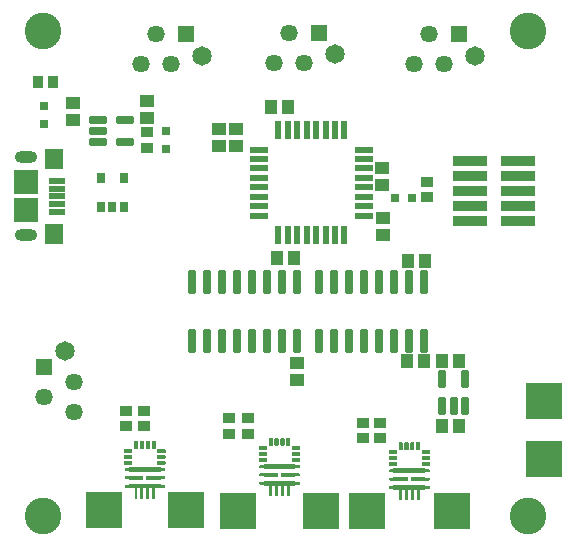
<source format=gbr>
%TF.GenerationSoftware,Altium Limited,Altium Designer,22.10.1 (41)*%
G04 Layer_Color=8388736*
%FSLAX45Y45*%
%MOMM*%
%TF.SameCoordinates,087233EE-98F5-4CDC-9370-A7D44EC71BE6*%
%TF.FilePolarity,Negative*%
%TF.FileFunction,Soldermask,Top*%
%TF.Part,Single*%
G01*
G75*
%TA.AperFunction,SMDPad,CuDef*%
%ADD10R,0.80000X0.80000*%
%ADD11R,0.80000X0.80000*%
%ADD57R,1.15000X1.05000*%
%TA.AperFunction,WasherPad*%
%ADD60C,3.10000*%
%TA.AperFunction,ComponentPad*%
%ADD61O,1.90000X1.00000*%
%ADD62R,1.45800X1.45800*%
%ADD63C,1.45800*%
%ADD64C,1.65000*%
%ADD65R,1.45800X1.45800*%
%TA.AperFunction,SMDPad,CuDef*%
%ADD67R,1.05000X0.90000*%
G04:AMPARAMS|DCode=68|XSize=2.07mm|YSize=0.69mm|CornerRadius=0.12375mm|HoleSize=0mm|Usage=FLASHONLY|Rotation=270.000|XOffset=0mm|YOffset=0mm|HoleType=Round|Shape=RoundedRectangle|*
%AMROUNDEDRECTD68*
21,1,2.07000,0.44250,0,0,270.0*
21,1,1.82250,0.69000,0,0,270.0*
1,1,0.24750,-0.22125,-0.91125*
1,1,0.24750,-0.22125,0.91125*
1,1,0.24750,0.22125,0.91125*
1,1,0.24750,0.22125,-0.91125*
%
%ADD68ROUNDEDRECTD68*%
%ADD69R,1.05000X1.15000*%
%ADD70R,3.10000X3.10000*%
G04:AMPARAMS|DCode=71|XSize=1.52mm|YSize=0.68mm|CornerRadius=0.1225mm|HoleSize=0mm|Usage=FLASHONLY|Rotation=0.000|XOffset=0mm|YOffset=0mm|HoleType=Round|Shape=RoundedRectangle|*
%AMROUNDEDRECTD71*
21,1,1.52000,0.43500,0,0,0.0*
21,1,1.27500,0.68000,0,0,0.0*
1,1,0.24500,0.63750,-0.21750*
1,1,0.24500,-0.63750,-0.21750*
1,1,0.24500,-0.63750,0.21750*
1,1,0.24500,0.63750,0.21750*
%
%ADD71ROUNDEDRECTD71*%
G04:AMPARAMS|DCode=72|XSize=1.52mm|YSize=0.68mm|CornerRadius=0.1225mm|HoleSize=0mm|Usage=FLASHONLY|Rotation=90.000|XOffset=0mm|YOffset=0mm|HoleType=Round|Shape=RoundedRectangle|*
%AMROUNDEDRECTD72*
21,1,1.52000,0.43500,0,0,90.0*
21,1,1.27500,0.68000,0,0,90.0*
1,1,0.24500,0.21750,0.63750*
1,1,0.24500,0.21750,-0.63750*
1,1,0.24500,-0.21750,-0.63750*
1,1,0.24500,-0.21750,0.63750*
%
%ADD72ROUNDEDRECTD72*%
%ADD73R,2.00000X2.00000*%
%ADD74R,1.50000X1.70000*%
%ADD75R,1.45000X0.50000*%
%ADD76R,1.60000X0.60000*%
%ADD77R,0.60000X1.60000*%
%ADD78R,0.90000X1.05000*%
%ADD79R,2.89000X0.84000*%
%ADD80R,0.70000X0.85000*%
%ADD81R,3.10000X3.10000*%
G36*
X2388164Y1258478D02*
X2390977Y1255664D01*
X2392500Y1251989D01*
Y1250000D01*
Y1200000D01*
Y1198011D01*
X2390977Y1194335D01*
X2388164Y1191522D01*
X2384489Y1190000D01*
X2365511D01*
X2361835Y1191522D01*
X2359022Y1194335D01*
X2357500Y1198011D01*
Y1200000D01*
Y1250000D01*
Y1251989D01*
X2359022Y1255664D01*
X2361835Y1258478D01*
X2365511Y1260000D01*
X2384489D01*
X2388164Y1258478D01*
D02*
G37*
G36*
X2338164D02*
X2340978Y1255664D01*
X2342500Y1251989D01*
Y1250000D01*
Y1200000D01*
Y1198011D01*
X2340978Y1194335D01*
X2338164Y1191522D01*
X2334489Y1190000D01*
X2315511D01*
X2311835Y1191522D01*
X2309022Y1194335D01*
X2307500Y1198011D01*
Y1200000D01*
Y1250000D01*
Y1251989D01*
X2309022Y1255664D01*
X2311835Y1258478D01*
X2315511Y1260000D01*
X2334489D01*
X2338164Y1258478D01*
D02*
G37*
G36*
X2288164D02*
X2290977Y1255664D01*
X2292500Y1251989D01*
Y1250000D01*
Y1200000D01*
Y1198011D01*
X2290977Y1194335D01*
X2288164Y1191522D01*
X2284489Y1190000D01*
X2265511D01*
X2261835Y1191522D01*
X2259022Y1194335D01*
X2257500Y1198011D01*
Y1200000D01*
Y1250000D01*
Y1251989D01*
X2259022Y1255664D01*
X2261835Y1258478D01*
X2265511Y1260000D01*
X2284489D01*
X2288164Y1258478D01*
D02*
G37*
G36*
X2238164D02*
X2240977Y1255664D01*
X2242500Y1251989D01*
Y1250000D01*
Y1200000D01*
Y1198011D01*
X2240977Y1194335D01*
X2238164Y1191522D01*
X2234489Y1190000D01*
X2215511D01*
X2211835Y1191522D01*
X2209022Y1194335D01*
X2207500Y1198011D01*
Y1200000D01*
Y1250000D01*
Y1251989D01*
X2209022Y1255664D01*
X2211835Y1258478D01*
X2215511Y1260000D01*
X2234489D01*
X2238164Y1258478D01*
D02*
G37*
G36*
X1248164Y1233478D02*
X1250977Y1230665D01*
X1252500Y1226989D01*
Y1225000D01*
Y1175000D01*
Y1173011D01*
X1250977Y1169335D01*
X1248164Y1166522D01*
X1244489Y1165000D01*
X1225511D01*
X1221835Y1166522D01*
X1219022Y1169335D01*
X1217500Y1173011D01*
Y1175000D01*
Y1225000D01*
Y1226989D01*
X1219022Y1230665D01*
X1221835Y1233478D01*
X1225511Y1235000D01*
X1244489D01*
X1248164Y1233478D01*
D02*
G37*
G36*
X1198164D02*
X1200978Y1230665D01*
X1202500Y1226989D01*
Y1225000D01*
Y1175000D01*
Y1173011D01*
X1200978Y1169335D01*
X1198164Y1166522D01*
X1194489Y1165000D01*
X1175511D01*
X1171835Y1166522D01*
X1169022Y1169335D01*
X1167500Y1173011D01*
Y1175000D01*
Y1225000D01*
Y1226989D01*
X1169022Y1230665D01*
X1171835Y1233478D01*
X1175511Y1235000D01*
X1194489D01*
X1198164Y1233478D01*
D02*
G37*
G36*
X1148164D02*
X1150977Y1230665D01*
X1152500Y1226989D01*
Y1225000D01*
Y1175000D01*
Y1173011D01*
X1150977Y1169335D01*
X1148164Y1166522D01*
X1144489Y1165000D01*
X1125511D01*
X1121835Y1166522D01*
X1119022Y1169335D01*
X1117500Y1173011D01*
Y1175000D01*
Y1225000D01*
Y1226989D01*
X1119022Y1230665D01*
X1121835Y1233478D01*
X1125511Y1235000D01*
X1144489D01*
X1148164Y1233478D01*
D02*
G37*
G36*
X1098164D02*
X1100977Y1230665D01*
X1102500Y1226989D01*
Y1225000D01*
Y1175000D01*
Y1173011D01*
X1100977Y1169335D01*
X1098164Y1166522D01*
X1094489Y1165000D01*
X1075511D01*
X1071835Y1166522D01*
X1069022Y1169335D01*
X1067500Y1173011D01*
Y1175000D01*
Y1225000D01*
Y1226989D01*
X1069022Y1230665D01*
X1071835Y1233478D01*
X1075511Y1235000D01*
X1094489D01*
X1098164Y1233478D01*
D02*
G37*
G36*
X3488164Y1223478D02*
X3490978Y1220665D01*
X3492500Y1216989D01*
Y1215000D01*
Y1165000D01*
Y1163011D01*
X3490978Y1159335D01*
X3488164Y1156522D01*
X3484489Y1155000D01*
X3465511D01*
X3461835Y1156522D01*
X3459022Y1159335D01*
X3457500Y1163011D01*
Y1165000D01*
Y1215000D01*
Y1216989D01*
X3459022Y1220665D01*
X3461835Y1223478D01*
X3465511Y1225000D01*
X3484489D01*
X3488164Y1223478D01*
D02*
G37*
G36*
X3438165D02*
X3440978Y1220665D01*
X3442500Y1216989D01*
Y1215000D01*
Y1165000D01*
Y1163011D01*
X3440978Y1159335D01*
X3438165Y1156522D01*
X3434489Y1155000D01*
X3415511D01*
X3411835Y1156522D01*
X3409022Y1159335D01*
X3407500Y1163011D01*
Y1165000D01*
Y1215000D01*
Y1216989D01*
X3409022Y1220665D01*
X3411835Y1223478D01*
X3415511Y1225000D01*
X3434489D01*
X3438165Y1223478D01*
D02*
G37*
G36*
X3388164D02*
X3390977Y1220665D01*
X3392500Y1216989D01*
Y1215000D01*
Y1165000D01*
Y1163011D01*
X3390977Y1159335D01*
X3388164Y1156522D01*
X3384489Y1155000D01*
X3365511D01*
X3361835Y1156522D01*
X3359022Y1159335D01*
X3357500Y1163011D01*
Y1165000D01*
Y1215000D01*
Y1216989D01*
X3359022Y1220665D01*
X3361835Y1223478D01*
X3365511Y1225000D01*
X3384489D01*
X3388164Y1223478D01*
D02*
G37*
G36*
X3338165D02*
X3340978Y1220665D01*
X3342500Y1216989D01*
Y1215000D01*
Y1165000D01*
Y1163011D01*
X3340978Y1159335D01*
X3338165Y1156522D01*
X3334489Y1155000D01*
X3315511D01*
X3311835Y1156522D01*
X3309022Y1159335D01*
X3307500Y1163011D01*
Y1165000D01*
Y1215000D01*
Y1216989D01*
X3309022Y1220665D01*
X3311835Y1223478D01*
X3315511Y1225000D01*
X3334489D01*
X3338165Y1223478D01*
D02*
G37*
G36*
X2470664Y1188477D02*
X2473477Y1185664D01*
X2475000Y1181989D01*
Y1180000D01*
Y1165000D01*
Y1163011D01*
X2473477Y1159335D01*
X2470664Y1156522D01*
X2466989Y1155000D01*
X2413011D01*
X2409335Y1156522D01*
X2406522Y1159335D01*
X2405000Y1163011D01*
Y1165000D01*
Y1180000D01*
Y1181989D01*
X2406522Y1185664D01*
X2409335Y1188477D01*
X2413011Y1190000D01*
X2466989D01*
X2470664Y1188477D01*
D02*
G37*
G36*
X2190664D02*
X2193477Y1185664D01*
X2195000Y1181989D01*
Y1180000D01*
Y1165000D01*
Y1163011D01*
X2193477Y1159335D01*
X2190664Y1156522D01*
X2186989Y1155000D01*
X2133011D01*
X2129335Y1156522D01*
X2126522Y1159335D01*
X2125000Y1163011D01*
Y1165000D01*
Y1180000D01*
Y1181989D01*
X2126522Y1185664D01*
X2129335Y1188477D01*
X2133011Y1190000D01*
X2186989D01*
X2190664Y1188477D01*
D02*
G37*
G36*
X1330664Y1163477D02*
X1333477Y1160664D01*
X1335000Y1156989D01*
Y1155000D01*
Y1140000D01*
Y1138011D01*
X1333477Y1134335D01*
X1330664Y1131522D01*
X1326989Y1130000D01*
X1273011D01*
X1269335Y1131522D01*
X1266522Y1134335D01*
X1265000Y1138011D01*
Y1140000D01*
Y1155000D01*
Y1156989D01*
X1266522Y1160664D01*
X1269335Y1163477D01*
X1273011Y1165000D01*
X1326989D01*
X1330664Y1163477D01*
D02*
G37*
G36*
X1050664D02*
X1053477Y1160664D01*
X1055000Y1156989D01*
Y1155000D01*
Y1140000D01*
Y1138011D01*
X1053477Y1134335D01*
X1050664Y1131522D01*
X1046989Y1130000D01*
X993011D01*
X989335Y1131522D01*
X986522Y1134335D01*
X985000Y1138011D01*
Y1140000D01*
Y1155000D01*
Y1156989D01*
X986522Y1160664D01*
X989335Y1163477D01*
X993011Y1165000D01*
X1046989D01*
X1050664Y1163477D01*
D02*
G37*
G36*
X3570664Y1153477D02*
X3573477Y1150664D01*
X3575000Y1146989D01*
Y1145000D01*
Y1130000D01*
Y1128011D01*
X3573477Y1124335D01*
X3570664Y1121522D01*
X3566989Y1120000D01*
X3513011D01*
X3509335Y1121522D01*
X3506522Y1124335D01*
X3505000Y1128011D01*
Y1130000D01*
Y1145000D01*
Y1146989D01*
X3506522Y1150664D01*
X3509335Y1153477D01*
X3513011Y1155000D01*
X3566989D01*
X3570664Y1153477D01*
D02*
G37*
G36*
X3290664D02*
X3293478Y1150664D01*
X3295000Y1146989D01*
Y1145000D01*
Y1130000D01*
Y1128011D01*
X3293478Y1124335D01*
X3290664Y1121522D01*
X3286989Y1120000D01*
X3233011D01*
X3229335Y1121522D01*
X3226522Y1124335D01*
X3225000Y1128011D01*
Y1130000D01*
Y1145000D01*
Y1146989D01*
X3226522Y1150664D01*
X3229335Y1153477D01*
X3233011Y1155000D01*
X3286989D01*
X3290664Y1153477D01*
D02*
G37*
G36*
X2470664Y1138478D02*
X2473477Y1135664D01*
X2475000Y1131989D01*
Y1130000D01*
Y1115000D01*
Y1113011D01*
X2473477Y1109335D01*
X2470664Y1106522D01*
X2466989Y1105000D01*
X2413011D01*
X2409335Y1106522D01*
X2406522Y1109335D01*
X2405000Y1113011D01*
Y1115000D01*
Y1130000D01*
Y1131989D01*
X2406522Y1135664D01*
X2409335Y1138478D01*
X2413011Y1140000D01*
X2466989D01*
X2470664Y1138478D01*
D02*
G37*
G36*
X2190664D02*
X2193477Y1135664D01*
X2195000Y1131989D01*
Y1130000D01*
Y1115000D01*
Y1113011D01*
X2193477Y1109335D01*
X2190664Y1106522D01*
X2186989Y1105000D01*
X2133011D01*
X2129335Y1106522D01*
X2126522Y1109335D01*
X2125000Y1113011D01*
Y1115000D01*
Y1130000D01*
Y1131989D01*
X2126522Y1135664D01*
X2129335Y1138478D01*
X2133011Y1140000D01*
X2186989D01*
X2190664Y1138478D01*
D02*
G37*
G36*
X1330664Y1113478D02*
X1333477Y1110665D01*
X1335000Y1106989D01*
Y1105000D01*
Y1090000D01*
Y1088011D01*
X1333477Y1084335D01*
X1330664Y1081522D01*
X1326989Y1080000D01*
X1273011D01*
X1269335Y1081522D01*
X1266522Y1084335D01*
X1265000Y1088011D01*
Y1090000D01*
Y1105000D01*
Y1106989D01*
X1266522Y1110665D01*
X1269335Y1113478D01*
X1273011Y1115000D01*
X1326989D01*
X1330664Y1113478D01*
D02*
G37*
G36*
X1050664D02*
X1053477Y1110665D01*
X1055000Y1106989D01*
Y1105000D01*
Y1090000D01*
Y1088011D01*
X1053477Y1084335D01*
X1050664Y1081522D01*
X1046989Y1080000D01*
X993011D01*
X989335Y1081522D01*
X986522Y1084335D01*
X985000Y1088011D01*
Y1090000D01*
Y1105000D01*
Y1106989D01*
X986522Y1110665D01*
X989335Y1113478D01*
X993011Y1115000D01*
X1046989D01*
X1050664Y1113478D01*
D02*
G37*
G36*
X3570664Y1103478D02*
X3573477Y1100665D01*
X3575000Y1096989D01*
Y1095000D01*
Y1080000D01*
Y1078011D01*
X3573477Y1074335D01*
X3570664Y1071522D01*
X3566989Y1070000D01*
X3513011D01*
X3509335Y1071522D01*
X3506522Y1074335D01*
X3505000Y1078011D01*
Y1080000D01*
Y1095000D01*
Y1096989D01*
X3506522Y1100665D01*
X3509335Y1103478D01*
X3513011Y1105000D01*
X3566989D01*
X3570664Y1103478D01*
D02*
G37*
G36*
X3290664D02*
X3293478Y1100665D01*
X3295000Y1096989D01*
Y1095000D01*
Y1080000D01*
Y1078011D01*
X3293478Y1074335D01*
X3290664Y1071522D01*
X3286989Y1070000D01*
X3233011D01*
X3229335Y1071522D01*
X3226522Y1074335D01*
X3225000Y1078011D01*
Y1080000D01*
Y1095000D01*
Y1096989D01*
X3226522Y1100665D01*
X3229335Y1103478D01*
X3233011Y1105000D01*
X3286989D01*
X3290664Y1103478D01*
D02*
G37*
G36*
X2470664Y1088478D02*
X2473477Y1085665D01*
X2475000Y1081989D01*
Y1080000D01*
Y1065000D01*
Y1063011D01*
X2473477Y1059335D01*
X2470664Y1056522D01*
X2466989Y1055000D01*
X2413011D01*
X2409335Y1056522D01*
X2406522Y1059335D01*
X2405000Y1063011D01*
Y1065000D01*
Y1080000D01*
Y1081989D01*
X2406522Y1085665D01*
X2409335Y1088478D01*
X2413011Y1090000D01*
X2466989D01*
X2470664Y1088478D01*
D02*
G37*
G36*
X2190664D02*
X2193477Y1085665D01*
X2195000Y1081989D01*
Y1080000D01*
Y1065000D01*
Y1063011D01*
X2193477Y1059335D01*
X2190664Y1056522D01*
X2186989Y1055000D01*
X2133011D01*
X2129335Y1056522D01*
X2126522Y1059335D01*
X2125000Y1063011D01*
Y1065000D01*
Y1080000D01*
Y1081989D01*
X2126522Y1085665D01*
X2129335Y1088478D01*
X2133011Y1090000D01*
X2186989D01*
X2190664Y1088478D01*
D02*
G37*
G36*
X1330664Y1063478D02*
X1333477Y1060665D01*
X1335000Y1056989D01*
Y1055000D01*
Y1040000D01*
Y1038011D01*
X1333477Y1034335D01*
X1330664Y1031522D01*
X1326989Y1030000D01*
X1273011D01*
X1269335Y1031522D01*
X1266522Y1034335D01*
X1265000Y1038011D01*
Y1040000D01*
Y1055000D01*
Y1056989D01*
X1266522Y1060665D01*
X1269335Y1063478D01*
X1273011Y1065000D01*
X1326989D01*
X1330664Y1063478D01*
D02*
G37*
G36*
X1050664D02*
X1053477Y1060665D01*
X1055000Y1056989D01*
Y1055000D01*
Y1040000D01*
Y1038011D01*
X1053477Y1034335D01*
X1050664Y1031522D01*
X1046989Y1030000D01*
X993011D01*
X989335Y1031522D01*
X986522Y1034335D01*
X985000Y1038011D01*
Y1040000D01*
Y1055000D01*
Y1056989D01*
X986522Y1060665D01*
X989335Y1063478D01*
X993011Y1065000D01*
X1046989D01*
X1050664Y1063478D01*
D02*
G37*
G36*
X3570664Y1053478D02*
X3573477Y1050665D01*
X3575000Y1046989D01*
Y1045000D01*
Y1030000D01*
Y1028011D01*
X3573477Y1024335D01*
X3570664Y1021522D01*
X3566989Y1020000D01*
X3513011D01*
X3509335Y1021522D01*
X3506522Y1024335D01*
X3505000Y1028011D01*
Y1030000D01*
Y1045000D01*
Y1046989D01*
X3506522Y1050665D01*
X3509335Y1053478D01*
X3513011Y1055000D01*
X3566989D01*
X3570664Y1053478D01*
D02*
G37*
G36*
X3290664D02*
X3293478Y1050665D01*
X3295000Y1046989D01*
Y1045000D01*
Y1030000D01*
Y1028011D01*
X3293478Y1024335D01*
X3290664Y1021522D01*
X3286989Y1020000D01*
X3233011D01*
X3229335Y1021522D01*
X3226522Y1024335D01*
X3225000Y1028011D01*
Y1030000D01*
Y1045000D01*
Y1046989D01*
X3226522Y1050665D01*
X3229335Y1053478D01*
X3233011Y1055000D01*
X3286989D01*
X3290664Y1053478D01*
D02*
G37*
G36*
X2435000Y1027500D02*
X2465000Y1027500D01*
X2465994Y1027499D01*
X2467831Y1026738D01*
X2469238Y1025331D01*
X2469999Y1023494D01*
X2469999Y1022500D01*
X2470000Y1022500D01*
Y1007500D01*
Y1006505D01*
X2469238Y1004668D01*
X2467832Y1003261D01*
X2465994Y1002500D01*
X2465000D01*
X2435000Y1002500D01*
Y995000D01*
X2165000D01*
Y1002500D01*
X2135000Y1002500D01*
X2134005D01*
X2132168Y1003261D01*
X2130761Y1004668D01*
X2130000Y1006506D01*
Y1007500D01*
Y1022500D01*
Y1023494D01*
X2130761Y1025332D01*
X2132168Y1026738D01*
X2134005Y1027500D01*
X2135000D01*
X2135000Y1027500D01*
X2165000Y1027500D01*
Y1035000D01*
X2435000D01*
Y1027500D01*
D02*
G37*
G36*
X1295000Y1002500D02*
X1325000Y1002500D01*
X1325994Y1002499D01*
X1327831Y1001738D01*
X1329238Y1000331D01*
X1329999Y998494D01*
X1329999Y997500D01*
X1330000Y997500D01*
Y982500D01*
Y981505D01*
X1329238Y979668D01*
X1327832Y978261D01*
X1325994Y977500D01*
X1325000D01*
X1295000Y977500D01*
Y970000D01*
X1025000D01*
Y977500D01*
X995000Y977500D01*
X994005D01*
X992168Y978261D01*
X990761Y979668D01*
X990000Y981506D01*
Y982500D01*
Y997500D01*
Y998494D01*
X990761Y1000332D01*
X992168Y1001738D01*
X994005Y1002500D01*
X995000D01*
X995000Y1002500D01*
X1025000Y1002500D01*
Y1010000D01*
X1295000D01*
Y1002500D01*
D02*
G37*
G36*
X3535000Y992500D02*
X3565000Y992500D01*
X3565994Y992499D01*
X3567832Y991738D01*
X3569238Y990331D01*
X3569999Y988494D01*
X3569999Y987500D01*
X3570000Y987500D01*
Y972500D01*
Y971505D01*
X3569238Y969668D01*
X3567832Y968261D01*
X3565994Y967500D01*
X3565000D01*
X3535000Y967500D01*
Y960000D01*
X3265000D01*
Y967500D01*
X3235000Y967500D01*
X3234005D01*
X3232168Y968261D01*
X3230761Y969668D01*
X3230000Y971506D01*
Y972500D01*
Y987500D01*
Y988494D01*
X3230761Y990332D01*
X3232168Y991738D01*
X3234005Y992500D01*
X3235000D01*
X3235000Y992500D01*
X3265000Y992500D01*
Y1000000D01*
X3535000D01*
Y992500D01*
D02*
G37*
G36*
X2435000Y957502D02*
X2465000Y957501D01*
X2465994D01*
X2467832Y956740D01*
X2469239Y955334D01*
X2470000Y953496D01*
Y952501D01*
X2470000Y952502D01*
X2470000Y937502D01*
Y936507D01*
X2469238Y934669D01*
X2467832Y933263D01*
X2465994Y932502D01*
X2465000D01*
X2435000Y932502D01*
Y925002D01*
X2317500Y925001D01*
X2316505Y925001D01*
X2314667Y925762D01*
X2313261Y927169D01*
X2312500Y929007D01*
X2312500Y930001D01*
Y930002D01*
Y960001D01*
X2312500Y960996D01*
X2313261Y962834D01*
X2314667Y964240D01*
X2316505Y965001D01*
X2317500D01*
X2317500Y965002D01*
X2435000D01*
Y957502D01*
D02*
G37*
G36*
X2285335Y964237D02*
X2286741Y962831D01*
X2287502Y960993D01*
X2287502Y959998D01*
X2287502D01*
X2287502Y929998D01*
X2287502Y929004D01*
X2286741Y927166D01*
X2285335Y925759D01*
X2283497Y924998D01*
X2165002D01*
Y932499D01*
X2134008D01*
X2132170Y933260D01*
X2130763Y934666D01*
X2130002Y936504D01*
Y937499D01*
Y952498D01*
Y953493D01*
X2130764Y955330D01*
X2132170Y956737D01*
X2134008Y957498D01*
X2135002D01*
X2135002Y957498D01*
X2165002Y957498D01*
Y964998D01*
X2282502D01*
X2283497Y964999D01*
X2285335Y964237D01*
D02*
G37*
G36*
X1295000Y932502D02*
X1325000Y932501D01*
X1325994D01*
X1327832Y931740D01*
X1329239Y930334D01*
X1330000Y928496D01*
Y927501D01*
X1330000Y927502D01*
X1330000Y912502D01*
Y911507D01*
X1329238Y909670D01*
X1327832Y908263D01*
X1325994Y907502D01*
X1325000D01*
X1295000Y907502D01*
Y900002D01*
X1177500Y900002D01*
X1176505Y900001D01*
X1174667Y900762D01*
X1173261Y902169D01*
X1172500Y904007D01*
X1172500Y905001D01*
Y905002D01*
Y935001D01*
X1172500Y935996D01*
X1173261Y937834D01*
X1174667Y939240D01*
X1176505Y940001D01*
X1177500D01*
X1177500Y940002D01*
X1295000D01*
Y932502D01*
D02*
G37*
G36*
X1145335Y939237D02*
X1146741Y937831D01*
X1147502Y935993D01*
X1147502Y934998D01*
X1147502D01*
X1147502Y904998D01*
X1147502Y904004D01*
X1146741Y902166D01*
X1145335Y900759D01*
X1143497Y899998D01*
X1025002D01*
Y907499D01*
X994008D01*
X992170Y908260D01*
X990763Y909666D01*
X990002Y911504D01*
Y912499D01*
Y927498D01*
Y928493D01*
X990764Y930330D01*
X992170Y931737D01*
X994008Y932498D01*
X995002D01*
X995002Y932498D01*
X1025002Y932499D01*
Y939998D01*
X1142502D01*
X1143497Y939999D01*
X1145335Y939237D01*
D02*
G37*
G36*
X3535000Y922502D02*
X3565000Y922501D01*
X3565994D01*
X3567832Y921740D01*
X3569239Y920334D01*
X3570000Y918496D01*
Y917501D01*
X3570000Y917502D01*
X3570000Y902502D01*
Y901507D01*
X3569238Y899670D01*
X3567832Y898263D01*
X3565994Y897502D01*
X3565000D01*
X3535000Y897502D01*
Y890002D01*
X3417500Y890002D01*
X3416505Y890001D01*
X3414668Y890763D01*
X3413261Y892169D01*
X3412500Y894007D01*
X3412500Y895002D01*
Y895002D01*
Y925001D01*
X3412500Y925996D01*
X3413261Y927834D01*
X3414668Y929240D01*
X3416505Y930001D01*
X3417500D01*
X3417500Y930002D01*
X3535000D01*
Y922502D01*
D02*
G37*
G36*
X3385335Y929237D02*
X3386741Y927831D01*
X3387502Y925993D01*
X3387502Y924998D01*
X3387502D01*
X3387502Y894998D01*
X3387502Y894004D01*
X3386741Y892166D01*
X3385335Y890759D01*
X3383497Y889998D01*
X3265002D01*
Y897499D01*
X3234008D01*
X3232170Y898260D01*
X3230763Y899666D01*
X3230002Y901504D01*
Y902499D01*
Y917498D01*
Y918493D01*
X3230764Y920330D01*
X3232170Y921737D01*
X3234008Y922498D01*
X3235002D01*
X3235002Y922498D01*
X3265002Y922499D01*
Y929998D01*
X3382502D01*
X3383497Y929999D01*
X3385335Y929237D01*
D02*
G37*
G36*
X2435000Y887500D02*
X2465000Y887500D01*
X2465995Y887500D01*
X2467832Y886739D01*
X2469239Y885332D01*
X2470000Y883495D01*
X2470000Y882500D01*
X2470000Y867500D01*
Y866506D01*
X2469239Y864668D01*
X2467832Y863261D01*
X2465994Y862500D01*
X2465000D01*
Y862500D01*
X2435000D01*
Y855000D01*
X2387500D01*
X2387500Y770000D01*
Y769006D01*
X2386739Y767168D01*
X2385332Y765761D01*
X2383494Y765000D01*
X2382500D01*
Y765000D01*
X2367500D01*
X2366505Y765000D01*
X2364667Y765761D01*
X2363261Y767168D01*
X2362499Y769005D01*
X2362500Y770000D01*
X2362500Y855000D01*
X2337500D01*
X2337500Y770000D01*
Y769006D01*
X2336739Y767168D01*
X2335332Y765761D01*
X2333494Y765000D01*
X2332500D01*
X2332500Y765000D01*
X2317500D01*
X2316505Y765000D01*
X2314667Y765761D01*
X2313261Y767168D01*
X2312500Y769005D01*
X2312500Y770000D01*
X2312500Y855000D01*
X2287500D01*
Y770000D01*
X2287500Y769005D01*
X2286739Y767168D01*
X2285332Y765761D01*
X2283495Y765000D01*
X2266505D01*
X2264668Y765761D01*
X2263261Y767168D01*
X2262500Y769005D01*
Y770000D01*
Y770000D01*
X2262500Y855000D01*
X2237500D01*
X2237500Y770000D01*
X2237500Y769005D01*
X2236739Y767168D01*
X2235332Y765761D01*
X2233494Y765000D01*
X2232500Y765000D01*
Y765000D01*
X2217500Y765000D01*
X2216505D01*
X2214668Y765761D01*
X2213261Y767168D01*
X2212500Y769006D01*
Y770000D01*
Y855000D01*
X2165000D01*
Y862500D01*
X2135000Y862500D01*
X2134005D01*
X2132168Y863261D01*
X2130761Y864668D01*
X2130000Y866506D01*
Y867500D01*
Y882500D01*
Y883494D01*
X2130761Y885332D01*
X2132168Y886738D01*
X2134005Y887500D01*
X2135000D01*
X2135000Y887500D01*
X2165000D01*
Y895000D01*
X2435000D01*
Y887500D01*
D02*
G37*
G36*
X1295000Y862500D02*
X1325000Y862500D01*
X1325995Y862500D01*
X1327832Y861739D01*
X1329239Y860332D01*
X1330000Y858495D01*
X1330000Y857500D01*
X1330000Y842500D01*
Y841506D01*
X1329239Y839668D01*
X1327832Y838261D01*
X1325994Y837500D01*
X1325000D01*
Y837500D01*
X1295000D01*
Y830000D01*
X1247500D01*
X1247500Y745000D01*
Y744006D01*
X1246739Y742168D01*
X1245332Y740761D01*
X1243494Y740000D01*
X1242500D01*
Y740000D01*
X1227500D01*
X1226505Y740000D01*
X1224667Y740761D01*
X1223261Y742168D01*
X1222499Y744005D01*
X1222500Y745000D01*
X1222500Y830000D01*
X1197500D01*
X1197500Y745000D01*
Y744006D01*
X1196739Y742168D01*
X1195332Y740761D01*
X1193494Y740000D01*
X1192500D01*
X1192500Y740000D01*
X1177500D01*
X1176505Y740000D01*
X1174667Y740761D01*
X1173261Y742168D01*
X1172500Y744005D01*
X1172500Y745000D01*
X1172500Y830000D01*
X1147500D01*
Y745000D01*
X1147500Y744005D01*
X1146739Y742168D01*
X1145332Y740761D01*
X1143495Y740000D01*
X1126505D01*
X1124668Y740761D01*
X1123261Y742168D01*
X1122500Y744005D01*
Y745000D01*
Y745000D01*
X1122500Y830000D01*
X1097500D01*
X1097500Y745000D01*
X1097500Y744005D01*
X1096739Y742168D01*
X1095332Y740761D01*
X1093494Y740000D01*
X1092500Y740000D01*
Y740000D01*
X1077500Y740000D01*
X1076505D01*
X1074668Y740761D01*
X1073261Y742168D01*
X1072500Y744006D01*
Y745000D01*
Y830000D01*
X1025000D01*
Y837500D01*
X995000Y837500D01*
X994005D01*
X992168Y838261D01*
X990761Y839668D01*
X990000Y841506D01*
Y842500D01*
Y857500D01*
Y858494D01*
X990761Y860332D01*
X992168Y861738D01*
X994005Y862500D01*
X995000D01*
X995000Y862500D01*
X1025000D01*
Y870000D01*
X1295000D01*
Y862500D01*
D02*
G37*
G36*
X3535000Y852500D02*
X3565000Y852500D01*
X3565995Y852500D01*
X3567832Y851739D01*
X3569239Y850332D01*
X3570000Y848495D01*
X3570000Y847500D01*
X3570000Y832500D01*
Y831506D01*
X3569239Y829668D01*
X3567832Y828261D01*
X3565994Y827500D01*
X3565000D01*
Y827500D01*
X3535000D01*
Y820000D01*
X3487500D01*
X3487500Y735000D01*
Y734006D01*
X3486739Y732168D01*
X3485332Y730761D01*
X3483494Y730000D01*
X3482500D01*
Y730000D01*
X3467500D01*
X3466505Y730000D01*
X3464667Y730761D01*
X3463261Y732168D01*
X3462500Y734005D01*
X3462500Y735000D01*
X3462500Y820000D01*
X3437500D01*
X3437500Y735000D01*
Y734006D01*
X3436739Y732168D01*
X3435332Y730761D01*
X3433494Y730000D01*
X3432500D01*
X3432500Y730000D01*
X3417500D01*
X3416505Y730000D01*
X3414668Y730761D01*
X3413261Y732168D01*
X3412500Y734005D01*
X3412500Y735000D01*
X3412500Y820000D01*
X3387500D01*
Y735000D01*
X3387500Y734005D01*
X3386739Y732168D01*
X3385332Y730761D01*
X3383495Y730000D01*
X3366506D01*
X3364668Y730761D01*
X3363261Y732168D01*
X3362500Y734005D01*
Y735000D01*
Y735000D01*
X3362500Y820000D01*
X3337500D01*
X3337500Y735000D01*
X3337500Y734005D01*
X3336739Y732168D01*
X3335332Y730761D01*
X3333494Y730000D01*
X3332500Y730000D01*
Y730000D01*
X3317500Y730000D01*
X3316505D01*
X3314668Y730761D01*
X3313261Y732168D01*
X3312500Y734006D01*
Y735000D01*
Y820000D01*
X3265000D01*
Y827500D01*
X3235000Y827500D01*
X3234005D01*
X3232168Y828261D01*
X3230761Y829668D01*
X3230000Y831506D01*
Y832500D01*
Y847500D01*
Y848494D01*
X3230761Y850332D01*
X3232168Y851738D01*
X3234005Y852500D01*
X3235000D01*
X3235000Y852500D01*
X3265000D01*
Y860000D01*
X3535000D01*
Y852500D01*
D02*
G37*
D10*
X1340000Y3855000D02*
D03*
Y3705000D02*
D03*
X310000Y4065000D02*
D03*
Y3915000D02*
D03*
D11*
X3275000Y3290000D02*
D03*
X3425000D02*
D03*
D57*
X3170000Y3397500D02*
D03*
Y3542500D02*
D03*
X550000Y3947500D02*
D03*
Y4092500D02*
D03*
X2450000Y1747500D02*
D03*
Y1892500D02*
D03*
X1180000Y4112500D02*
D03*
Y3967500D02*
D03*
X3180000Y2977500D02*
D03*
Y3122500D02*
D03*
X1930000Y3872500D02*
D03*
Y3727500D02*
D03*
X1790000Y3872500D02*
D03*
Y3727500D02*
D03*
D60*
X4400000Y4700000D02*
D03*
X300000Y600000D02*
D03*
X4400000D02*
D03*
X300000Y4700000D02*
D03*
D61*
X149640Y2973867D02*
D03*
Y3633867D02*
D03*
D62*
X3817000Y4674000D02*
D03*
X2634000Y4690000D02*
D03*
X1507000Y4674000D02*
D03*
D63*
X3690000Y4420000D02*
D03*
X3563000Y4674000D02*
D03*
X3436000Y4420000D02*
D03*
X560000Y1730000D02*
D03*
X306000Y1603000D02*
D03*
X560000Y1476000D02*
D03*
X2507000Y4436000D02*
D03*
X2380000Y4690000D02*
D03*
X2253000Y4436000D02*
D03*
X1380000Y4420000D02*
D03*
X1253000Y4674000D02*
D03*
X1126000Y4420000D02*
D03*
D64*
X3957000Y4494000D02*
D03*
X486000Y1997000D02*
D03*
X2774000Y4510000D02*
D03*
X1647000Y4494000D02*
D03*
D65*
X306000Y1857000D02*
D03*
D67*
X3550000Y3295000D02*
D03*
Y3425000D02*
D03*
X1180000Y3845000D02*
D03*
Y3715000D02*
D03*
X3150000Y1385000D02*
D03*
Y1255000D02*
D03*
X3010000Y1385000D02*
D03*
Y1255000D02*
D03*
X2030000Y1425000D02*
D03*
Y1295000D02*
D03*
X1870000Y1295000D02*
D03*
Y1425000D02*
D03*
X1150000Y1485000D02*
D03*
Y1355000D02*
D03*
X1000000Y1485000D02*
D03*
Y1355000D02*
D03*
D68*
X2444500Y2082500D02*
D03*
X2317500D02*
D03*
X2190500D02*
D03*
X2063500D02*
D03*
X1936500D02*
D03*
X1809500D02*
D03*
X1682500D02*
D03*
X1555500D02*
D03*
Y2577500D02*
D03*
X1682500D02*
D03*
X1809500D02*
D03*
X1936500D02*
D03*
X2063500D02*
D03*
X2190500D02*
D03*
X2317500D02*
D03*
X2444500D02*
D03*
X3524500Y2082500D02*
D03*
X3397500D02*
D03*
X3270500D02*
D03*
X3143500D02*
D03*
X3016500D02*
D03*
X2889500D02*
D03*
X2762500D02*
D03*
X2635500D02*
D03*
Y2577500D02*
D03*
X2762500D02*
D03*
X2889500D02*
D03*
X3016500D02*
D03*
X3143500D02*
D03*
X3270500D02*
D03*
X3397500D02*
D03*
X3524500D02*
D03*
D69*
X3522500Y1910000D02*
D03*
X3377500D02*
D03*
X2277500Y2780000D02*
D03*
X2422500D02*
D03*
X3822500Y1360000D02*
D03*
X3677500D02*
D03*
X3822500Y1910000D02*
D03*
X3677500D02*
D03*
X3387500Y2760000D02*
D03*
X3532500D02*
D03*
X2227500Y4060000D02*
D03*
X2372500D02*
D03*
D70*
X4540000Y1080000D02*
D03*
X810000Y650000D02*
D03*
X1950000Y640000D02*
D03*
X1510000Y650000D02*
D03*
X3040000Y640000D02*
D03*
X3760000D02*
D03*
X2650000D02*
D03*
D71*
X994501Y3951250D02*
D03*
X994500Y3761250D02*
D03*
X765500D02*
D03*
Y3856250D02*
D03*
Y3951250D02*
D03*
D72*
X3678751Y1754501D02*
D03*
X3868750Y1754500D02*
D03*
Y1525500D02*
D03*
X3773750D02*
D03*
X3678750D02*
D03*
D73*
X149640Y3183867D02*
D03*
Y3423867D02*
D03*
D74*
X394640Y2983867D02*
D03*
Y3623867D02*
D03*
D75*
X417140Y3173867D02*
D03*
Y3238867D02*
D03*
Y3303867D02*
D03*
Y3368867D02*
D03*
Y3433867D02*
D03*
D76*
X3015000Y3140000D02*
D03*
Y3220000D02*
D03*
Y3300000D02*
D03*
Y3380000D02*
D03*
Y3460000D02*
D03*
Y3540000D02*
D03*
Y3620000D02*
D03*
Y3700000D02*
D03*
X2125000Y3140000D02*
D03*
Y3220000D02*
D03*
Y3300000D02*
D03*
Y3380000D02*
D03*
Y3460000D02*
D03*
Y3540000D02*
D03*
Y3620000D02*
D03*
Y3700000D02*
D03*
D77*
X2850000Y3865000D02*
D03*
X2770000D02*
D03*
X2690000D02*
D03*
X2610000D02*
D03*
X2530000D02*
D03*
X2450000D02*
D03*
X2370000D02*
D03*
X2290000D02*
D03*
X2850000Y2975000D02*
D03*
X2770000D02*
D03*
X2690000D02*
D03*
X2610000D02*
D03*
X2530000D02*
D03*
X2450000D02*
D03*
X2370000D02*
D03*
X2290000D02*
D03*
D78*
X385000Y4270000D02*
D03*
X255000D02*
D03*
D79*
X4320000Y3099000D02*
D03*
Y3226000D02*
D03*
Y3353000D02*
D03*
Y3480000D02*
D03*
Y3607000D02*
D03*
X3913000D02*
D03*
Y3480000D02*
D03*
Y3353000D02*
D03*
Y3226000D02*
D03*
Y3099000D02*
D03*
D80*
X790000Y3455000D02*
D03*
X980000D02*
D03*
Y3210000D02*
D03*
X885000D02*
D03*
X790000D02*
D03*
D81*
X4540000Y1570000D02*
D03*
%TF.MD5,8fcb0c26202f8480c08475d85dc9ba47*%
M02*

</source>
